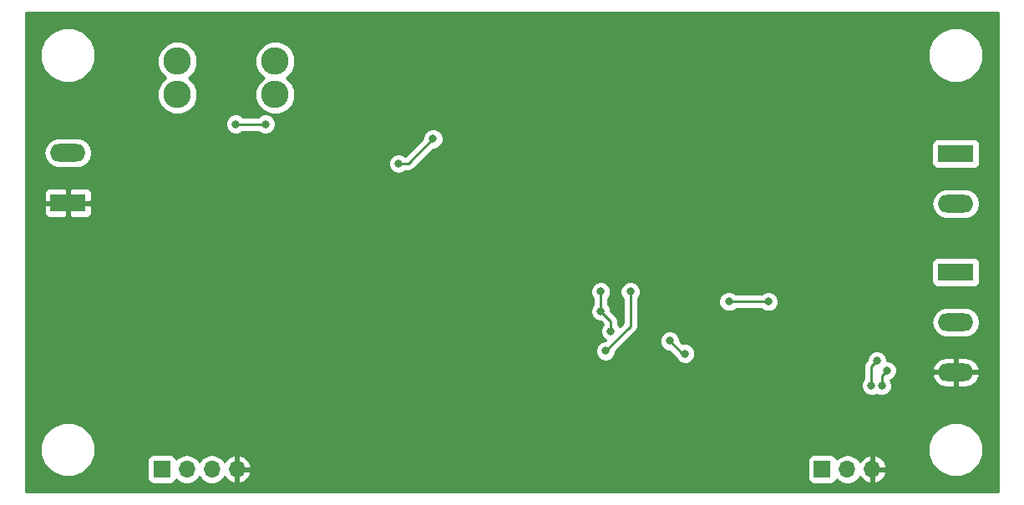
<source format=gbl>
G04 #@! TF.GenerationSoftware,KiCad,Pcbnew,5.0.0-rc2-unknown-2cb65f9~65~ubuntu17.10.1*
G04 #@! TF.CreationDate,2018-06-03T22:05:48-07:00*
G04 #@! TF.ProjectId,charge_controller,6368617267655F636F6E74726F6C6C65,rev?*
G04 #@! TF.SameCoordinates,Original*
G04 #@! TF.FileFunction,Copper,L2,Bot,Signal*
G04 #@! TF.FilePolarity,Positive*
%FSLAX46Y46*%
G04 Gerber Fmt 4.6, Leading zero omitted, Abs format (unit mm)*
G04 Created by KiCad (PCBNEW 5.0.0-rc2-unknown-2cb65f9~65~ubuntu17.10.1) date Sun Jun  3 22:05:48 2018*
%MOMM*%
%LPD*%
G01*
G04 APERTURE LIST*
G04 #@! TA.AperFunction,ComponentPad*
%ADD10R,3.600000X1.800000*%
G04 #@! TD*
G04 #@! TA.AperFunction,ComponentPad*
%ADD11O,3.600000X1.800000*%
G04 #@! TD*
G04 #@! TA.AperFunction,ComponentPad*
%ADD12R,1.700000X1.700000*%
G04 #@! TD*
G04 #@! TA.AperFunction,ComponentPad*
%ADD13O,1.700000X1.700000*%
G04 #@! TD*
G04 #@! TA.AperFunction,ComponentPad*
%ADD14C,2.780000*%
G04 #@! TD*
G04 #@! TA.AperFunction,ViaPad*
%ADD15C,0.800000*%
G04 #@! TD*
G04 #@! TA.AperFunction,Conductor*
%ADD16C,0.250000*%
G04 #@! TD*
G04 #@! TA.AperFunction,Conductor*
%ADD17C,0.254000*%
G04 #@! TD*
G04 APERTURE END LIST*
D10*
G04 #@! TO.P,J5,1*
G04 #@! TO.N,/chrg_in_v*
X195000000Y-127000000D03*
D11*
G04 #@! TO.P,J5,2*
G04 #@! TO.N,/BOOST_FB*
X195000000Y-132080000D03*
G04 #@! TO.P,J5,3*
G04 #@! TO.N,GND*
X195000000Y-137160000D03*
G04 #@! TD*
D12*
G04 #@! TO.P,J7,1*
G04 #@! TO.N,/chrg_v*
X181460000Y-147000000D03*
D13*
G04 #@! TO.P,J7,2*
G04 #@! TO.N,/chrg_i*
X184000000Y-147000000D03*
G04 #@! TO.P,J7,3*
G04 #@! TO.N,GND*
X186540000Y-147000000D03*
G04 #@! TD*
D12*
G04 #@! TO.P,J1,1*
G04 #@! TO.N,/chrg_en*
X114500000Y-147000000D03*
D13*
G04 #@! TO.P,J1,2*
G04 #@! TO.N,/trickle_dis*
X117040000Y-147000000D03*
G04 #@! TO.P,J1,3*
G04 #@! TO.N,/mcu_set*
X119580000Y-147000000D03*
G04 #@! TO.P,J1,4*
G04 #@! TO.N,GND*
X122120000Y-147000000D03*
G04 #@! TD*
D14*
G04 #@! TO.P,F1,1*
G04 #@! TO.N,+VDC*
X126000000Y-109000000D03*
X126000000Y-105600000D03*
G04 #@! TO.P,F1,2*
G04 #@! TO.N,/VIN*
X116080000Y-109000000D03*
X116080000Y-105600000D03*
G04 #@! TD*
D11*
G04 #@! TO.P,J2,2*
G04 #@! TO.N,/VIN*
X105000000Y-114920000D03*
D10*
G04 #@! TO.P,J2,1*
G04 #@! TO.N,GND*
X105000000Y-120000000D03*
G04 #@! TD*
D11*
G04 #@! TO.P,J4,2*
G04 #@! TO.N,/BATT_SENSE*
X195000000Y-120080000D03*
D10*
G04 #@! TO.P,J4,1*
G04 #@! TO.N,+BATT*
X195000000Y-115000000D03*
G04 #@! TD*
D15*
G04 #@! TO.N,/V_ref*
X159000000Y-131000000D03*
X160000000Y-133000000D03*
X159000000Y-129000000D03*
G04 #@! TO.N,GND*
X122500000Y-121500008D03*
X123999992Y-119500000D03*
X129500000Y-119000000D03*
X139000000Y-122000000D03*
X139000000Y-125000000D03*
X139000000Y-128000000D03*
X130000000Y-125500000D03*
X126000000Y-121500000D03*
X126000000Y-129500000D03*
X122000000Y-125500000D03*
X124000000Y-131500000D03*
X122500000Y-133500000D03*
X122500000Y-129500000D03*
X155000000Y-128500000D03*
X122313592Y-117686400D03*
X161000000Y-120500000D03*
X158500000Y-120000000D03*
X154500000Y-119000000D03*
X154000000Y-142500000D03*
X154000000Y-136000000D03*
X154000000Y-133500000D03*
X168000000Y-143500000D03*
X165500000Y-143500000D03*
X173500000Y-139000000D03*
X175500000Y-143500000D03*
X177500000Y-143500000D03*
X180000000Y-143500000D03*
X174000000Y-125000000D03*
X182500000Y-130000000D03*
X179000000Y-124000000D03*
X182000000Y-124000000D03*
X185000000Y-124000000D03*
X188000000Y-124000000D03*
X186500000Y-122500000D03*
X183500000Y-122500000D03*
X180570000Y-122430000D03*
X189500000Y-130500000D03*
X189500000Y-122500000D03*
X177500000Y-122500000D03*
G04 #@! TO.N,Net-(D4-Pad1)*
X125000000Y-112000000D03*
X122000000Y-111999994D03*
G04 #@! TO.N,Net-(D5-Pad2)*
X142000000Y-113500000D03*
X138500000Y-116000000D03*
G04 #@! TO.N,/chrg_v*
X187000000Y-136000000D03*
X186443947Y-138499779D03*
G04 #@! TO.N,Net-(R21-Pad1)*
X172000000Y-130000000D03*
X176000000Y-130000000D03*
G04 #@! TO.N,/chrg_i*
X187493255Y-138538208D03*
X188000000Y-137000000D03*
G04 #@! TO.N,/batt_v*
X162000000Y-129000000D03*
X159500000Y-135000000D03*
G04 #@! TO.N,/BOOST_FB*
X166000018Y-134000000D03*
X167553636Y-135275010D03*
G04 #@! TD*
D16*
G04 #@! TO.N,/V_ref*
X160000000Y-132000000D02*
X159000000Y-131000000D01*
X160000000Y-133000000D02*
X160000000Y-132000000D01*
X159000000Y-131000000D02*
X159000000Y-129000000D01*
G04 #@! TO.N,Net-(D4-Pad1)*
X125000000Y-112000000D02*
X122000006Y-112000000D01*
X122000006Y-112000000D02*
X122000000Y-111999994D01*
G04 #@! TO.N,Net-(D5-Pad2)*
X142000000Y-113500000D02*
X139500000Y-116000000D01*
X139500000Y-116000000D02*
X139065685Y-116000000D01*
X139065685Y-116000000D02*
X138500000Y-116000000D01*
G04 #@! TO.N,/chrg_v*
X186443947Y-137934094D02*
X186443947Y-138499779D01*
X186443947Y-136556053D02*
X186443947Y-137934094D01*
X187000000Y-136000000D02*
X186443947Y-136556053D01*
G04 #@! TO.N,Net-(R21-Pad1)*
X176000000Y-130000000D02*
X172000000Y-130000000D01*
G04 #@! TO.N,/chrg_i*
X187493255Y-137972523D02*
X187493255Y-138538208D01*
X188000000Y-137000000D02*
X187493255Y-137506745D01*
X187493255Y-137506745D02*
X187493255Y-137972523D01*
G04 #@! TO.N,/batt_v*
X162000000Y-132500000D02*
X159500000Y-135000000D01*
X162000000Y-129000000D02*
X162000000Y-132500000D01*
G04 #@! TO.N,/BOOST_FB*
X167275028Y-135275010D02*
X167553636Y-135275010D01*
X166000018Y-134000000D02*
X167275028Y-135275010D01*
G04 #@! TD*
D17*
G04 #@! TO.N,GND*
G36*
X199290000Y-149290000D02*
X100710000Y-149290000D01*
X100710000Y-144446029D01*
X102215000Y-144446029D01*
X102215000Y-145553971D01*
X102638991Y-146577576D01*
X103422424Y-147361009D01*
X104446029Y-147785000D01*
X105553971Y-147785000D01*
X106577576Y-147361009D01*
X107361009Y-146577576D01*
X107538116Y-146150000D01*
X113002560Y-146150000D01*
X113002560Y-147850000D01*
X113051843Y-148097765D01*
X113192191Y-148307809D01*
X113402235Y-148448157D01*
X113650000Y-148497440D01*
X115350000Y-148497440D01*
X115597765Y-148448157D01*
X115807809Y-148307809D01*
X115948157Y-148097765D01*
X115957184Y-148052381D01*
X115969375Y-148070625D01*
X116460582Y-148398839D01*
X116893744Y-148485000D01*
X117186256Y-148485000D01*
X117619418Y-148398839D01*
X118110625Y-148070625D01*
X118310000Y-147772239D01*
X118509375Y-148070625D01*
X119000582Y-148398839D01*
X119433744Y-148485000D01*
X119726256Y-148485000D01*
X120159418Y-148398839D01*
X120650625Y-148070625D01*
X120863843Y-147751522D01*
X120924817Y-147881358D01*
X121353076Y-148271645D01*
X121763110Y-148441476D01*
X121993000Y-148320155D01*
X121993000Y-147127000D01*
X122247000Y-147127000D01*
X122247000Y-148320155D01*
X122476890Y-148441476D01*
X122886924Y-148271645D01*
X123315183Y-147881358D01*
X123561486Y-147356892D01*
X123440819Y-147127000D01*
X122247000Y-147127000D01*
X121993000Y-147127000D01*
X121973000Y-147127000D01*
X121973000Y-146873000D01*
X121993000Y-146873000D01*
X121993000Y-145679845D01*
X122247000Y-145679845D01*
X122247000Y-146873000D01*
X123440819Y-146873000D01*
X123561486Y-146643108D01*
X123329910Y-146150000D01*
X179962560Y-146150000D01*
X179962560Y-147850000D01*
X180011843Y-148097765D01*
X180152191Y-148307809D01*
X180362235Y-148448157D01*
X180610000Y-148497440D01*
X182310000Y-148497440D01*
X182557765Y-148448157D01*
X182767809Y-148307809D01*
X182908157Y-148097765D01*
X182917184Y-148052381D01*
X182929375Y-148070625D01*
X183420582Y-148398839D01*
X183853744Y-148485000D01*
X184146256Y-148485000D01*
X184579418Y-148398839D01*
X185070625Y-148070625D01*
X185283843Y-147751522D01*
X185344817Y-147881358D01*
X185773076Y-148271645D01*
X186183110Y-148441476D01*
X186413000Y-148320155D01*
X186413000Y-147127000D01*
X186667000Y-147127000D01*
X186667000Y-148320155D01*
X186896890Y-148441476D01*
X187306924Y-148271645D01*
X187735183Y-147881358D01*
X187981486Y-147356892D01*
X187860819Y-147127000D01*
X186667000Y-147127000D01*
X186413000Y-147127000D01*
X186393000Y-147127000D01*
X186393000Y-146873000D01*
X186413000Y-146873000D01*
X186413000Y-145679845D01*
X186667000Y-145679845D01*
X186667000Y-146873000D01*
X187860819Y-146873000D01*
X187981486Y-146643108D01*
X187735183Y-146118642D01*
X187306924Y-145728355D01*
X186896890Y-145558524D01*
X186667000Y-145679845D01*
X186413000Y-145679845D01*
X186183110Y-145558524D01*
X185773076Y-145728355D01*
X185344817Y-146118642D01*
X185283843Y-146248478D01*
X185070625Y-145929375D01*
X184579418Y-145601161D01*
X184146256Y-145515000D01*
X183853744Y-145515000D01*
X183420582Y-145601161D01*
X182929375Y-145929375D01*
X182917184Y-145947619D01*
X182908157Y-145902235D01*
X182767809Y-145692191D01*
X182557765Y-145551843D01*
X182310000Y-145502560D01*
X180610000Y-145502560D01*
X180362235Y-145551843D01*
X180152191Y-145692191D01*
X180011843Y-145902235D01*
X179962560Y-146150000D01*
X123329910Y-146150000D01*
X123315183Y-146118642D01*
X122886924Y-145728355D01*
X122476890Y-145558524D01*
X122247000Y-145679845D01*
X121993000Y-145679845D01*
X121763110Y-145558524D01*
X121353076Y-145728355D01*
X120924817Y-146118642D01*
X120863843Y-146248478D01*
X120650625Y-145929375D01*
X120159418Y-145601161D01*
X119726256Y-145515000D01*
X119433744Y-145515000D01*
X119000582Y-145601161D01*
X118509375Y-145929375D01*
X118310000Y-146227761D01*
X118110625Y-145929375D01*
X117619418Y-145601161D01*
X117186256Y-145515000D01*
X116893744Y-145515000D01*
X116460582Y-145601161D01*
X115969375Y-145929375D01*
X115957184Y-145947619D01*
X115948157Y-145902235D01*
X115807809Y-145692191D01*
X115597765Y-145551843D01*
X115350000Y-145502560D01*
X113650000Y-145502560D01*
X113402235Y-145551843D01*
X113192191Y-145692191D01*
X113051843Y-145902235D01*
X113002560Y-146150000D01*
X107538116Y-146150000D01*
X107785000Y-145553971D01*
X107785000Y-144446029D01*
X192215000Y-144446029D01*
X192215000Y-145553971D01*
X192638991Y-146577576D01*
X193422424Y-147361009D01*
X194446029Y-147785000D01*
X195553971Y-147785000D01*
X196577576Y-147361009D01*
X197361009Y-146577576D01*
X197785000Y-145553971D01*
X197785000Y-144446029D01*
X197361009Y-143422424D01*
X196577576Y-142638991D01*
X195553971Y-142215000D01*
X194446029Y-142215000D01*
X193422424Y-142638991D01*
X192638991Y-143422424D01*
X192215000Y-144446029D01*
X107785000Y-144446029D01*
X107361009Y-143422424D01*
X106577576Y-142638991D01*
X105553971Y-142215000D01*
X104446029Y-142215000D01*
X103422424Y-142638991D01*
X102638991Y-143422424D01*
X102215000Y-144446029D01*
X100710000Y-144446029D01*
X100710000Y-138293905D01*
X185408947Y-138293905D01*
X185408947Y-138705653D01*
X185566516Y-139086059D01*
X185857667Y-139377210D01*
X186238073Y-139534779D01*
X186649821Y-139534779D01*
X186922213Y-139421951D01*
X187287381Y-139573208D01*
X187699129Y-139573208D01*
X188079535Y-139415639D01*
X188370686Y-139124488D01*
X188528255Y-138744082D01*
X188528255Y-138332334D01*
X188375920Y-137964565D01*
X188586280Y-137877431D01*
X188877431Y-137586280D01*
X188902921Y-137524740D01*
X192608964Y-137524740D01*
X192633244Y-137630086D01*
X192924788Y-138155606D01*
X193395248Y-138529554D01*
X193973000Y-138695000D01*
X194873000Y-138695000D01*
X194873000Y-137287000D01*
X195127000Y-137287000D01*
X195127000Y-138695000D01*
X196027000Y-138695000D01*
X196604752Y-138529554D01*
X197075212Y-138155606D01*
X197366756Y-137630086D01*
X197391036Y-137524740D01*
X197270378Y-137287000D01*
X195127000Y-137287000D01*
X194873000Y-137287000D01*
X192729622Y-137287000D01*
X192608964Y-137524740D01*
X188902921Y-137524740D01*
X189035000Y-137205874D01*
X189035000Y-136795260D01*
X192608964Y-136795260D01*
X192729622Y-137033000D01*
X194873000Y-137033000D01*
X194873000Y-135625000D01*
X195127000Y-135625000D01*
X195127000Y-137033000D01*
X197270378Y-137033000D01*
X197391036Y-136795260D01*
X197366756Y-136689914D01*
X197075212Y-136164394D01*
X196604752Y-135790446D01*
X196027000Y-135625000D01*
X195127000Y-135625000D01*
X194873000Y-135625000D01*
X193973000Y-135625000D01*
X193395248Y-135790446D01*
X192924788Y-136164394D01*
X192633244Y-136689914D01*
X192608964Y-136795260D01*
X189035000Y-136795260D01*
X189035000Y-136794126D01*
X188877431Y-136413720D01*
X188586280Y-136122569D01*
X188205874Y-135965000D01*
X188035000Y-135965000D01*
X188035000Y-135794126D01*
X187877431Y-135413720D01*
X187586280Y-135122569D01*
X187205874Y-134965000D01*
X186794126Y-134965000D01*
X186413720Y-135122569D01*
X186122569Y-135413720D01*
X185965000Y-135794126D01*
X185965000Y-135960199D01*
X185959477Y-135965722D01*
X185896018Y-136008124D01*
X185728043Y-136259517D01*
X185683947Y-136481202D01*
X185683947Y-136481206D01*
X185669059Y-136556053D01*
X185683947Y-136630900D01*
X185683948Y-137796067D01*
X185566516Y-137913499D01*
X185408947Y-138293905D01*
X100710000Y-138293905D01*
X100710000Y-128794126D01*
X157965000Y-128794126D01*
X157965000Y-129205874D01*
X158122569Y-129586280D01*
X158240001Y-129703712D01*
X158240000Y-130296289D01*
X158122569Y-130413720D01*
X157965000Y-130794126D01*
X157965000Y-131205874D01*
X158122569Y-131586280D01*
X158413720Y-131877431D01*
X158794126Y-132035000D01*
X158960199Y-132035000D01*
X159230744Y-132305545D01*
X159122569Y-132413720D01*
X158965000Y-132794126D01*
X158965000Y-133205874D01*
X159122569Y-133586280D01*
X159413720Y-133877431D01*
X159508506Y-133916693D01*
X159460199Y-133965000D01*
X159294126Y-133965000D01*
X158913720Y-134122569D01*
X158622569Y-134413720D01*
X158465000Y-134794126D01*
X158465000Y-135205874D01*
X158622569Y-135586280D01*
X158913720Y-135877431D01*
X159294126Y-136035000D01*
X159705874Y-136035000D01*
X160086280Y-135877431D01*
X160377431Y-135586280D01*
X160535000Y-135205874D01*
X160535000Y-135039801D01*
X161780675Y-133794126D01*
X164965018Y-133794126D01*
X164965018Y-134205874D01*
X165122587Y-134586280D01*
X165413738Y-134877431D01*
X165794144Y-135035000D01*
X165960216Y-135035000D01*
X166598211Y-135672996D01*
X166676205Y-135861290D01*
X166967356Y-136152441D01*
X167347762Y-136310010D01*
X167759510Y-136310010D01*
X168139916Y-136152441D01*
X168431067Y-135861290D01*
X168588636Y-135480884D01*
X168588636Y-135069136D01*
X168431067Y-134688730D01*
X168139916Y-134397579D01*
X167759510Y-134240010D01*
X167347762Y-134240010D01*
X167324476Y-134249655D01*
X167035018Y-133960198D01*
X167035018Y-133794126D01*
X166877449Y-133413720D01*
X166586298Y-133122569D01*
X166205892Y-132965000D01*
X165794144Y-132965000D01*
X165413738Y-133122569D01*
X165122587Y-133413720D01*
X164965018Y-133794126D01*
X161780675Y-133794126D01*
X162484473Y-133090329D01*
X162547929Y-133047929D01*
X162715904Y-132796537D01*
X162760000Y-132574852D01*
X162760000Y-132574847D01*
X162774888Y-132500000D01*
X162760000Y-132425153D01*
X162760000Y-132080000D01*
X192534928Y-132080000D01*
X192654062Y-132678927D01*
X192993327Y-133186673D01*
X193501073Y-133525938D01*
X193948818Y-133615000D01*
X196051182Y-133615000D01*
X196498927Y-133525938D01*
X197006673Y-133186673D01*
X197345938Y-132678927D01*
X197465072Y-132080000D01*
X197345938Y-131481073D01*
X197006673Y-130973327D01*
X196498927Y-130634062D01*
X196051182Y-130545000D01*
X193948818Y-130545000D01*
X193501073Y-130634062D01*
X192993327Y-130973327D01*
X192654062Y-131481073D01*
X192534928Y-132080000D01*
X162760000Y-132080000D01*
X162760000Y-129794126D01*
X170965000Y-129794126D01*
X170965000Y-130205874D01*
X171122569Y-130586280D01*
X171413720Y-130877431D01*
X171794126Y-131035000D01*
X172205874Y-131035000D01*
X172586280Y-130877431D01*
X172703711Y-130760000D01*
X175296289Y-130760000D01*
X175413720Y-130877431D01*
X175794126Y-131035000D01*
X176205874Y-131035000D01*
X176586280Y-130877431D01*
X176877431Y-130586280D01*
X177035000Y-130205874D01*
X177035000Y-129794126D01*
X176877431Y-129413720D01*
X176586280Y-129122569D01*
X176205874Y-128965000D01*
X175794126Y-128965000D01*
X175413720Y-129122569D01*
X175296289Y-129240000D01*
X172703711Y-129240000D01*
X172586280Y-129122569D01*
X172205874Y-128965000D01*
X171794126Y-128965000D01*
X171413720Y-129122569D01*
X171122569Y-129413720D01*
X170965000Y-129794126D01*
X162760000Y-129794126D01*
X162760000Y-129703711D01*
X162877431Y-129586280D01*
X163035000Y-129205874D01*
X163035000Y-128794126D01*
X162877431Y-128413720D01*
X162586280Y-128122569D01*
X162205874Y-127965000D01*
X161794126Y-127965000D01*
X161413720Y-128122569D01*
X161122569Y-128413720D01*
X160965000Y-128794126D01*
X160965000Y-129205874D01*
X161122569Y-129586280D01*
X161240000Y-129703711D01*
X161240001Y-132185197D01*
X160916692Y-132508506D01*
X160877431Y-132413720D01*
X160760000Y-132296289D01*
X160760000Y-132074848D01*
X160774888Y-132000000D01*
X160760000Y-131925152D01*
X160760000Y-131925148D01*
X160715904Y-131703463D01*
X160547929Y-131452071D01*
X160484473Y-131409671D01*
X160035000Y-130960199D01*
X160035000Y-130794126D01*
X159877431Y-130413720D01*
X159760000Y-130296289D01*
X159760000Y-129703711D01*
X159877431Y-129586280D01*
X160035000Y-129205874D01*
X160035000Y-128794126D01*
X159877431Y-128413720D01*
X159586280Y-128122569D01*
X159205874Y-127965000D01*
X158794126Y-127965000D01*
X158413720Y-128122569D01*
X158122569Y-128413720D01*
X157965000Y-128794126D01*
X100710000Y-128794126D01*
X100710000Y-126100000D01*
X192552560Y-126100000D01*
X192552560Y-127900000D01*
X192601843Y-128147765D01*
X192742191Y-128357809D01*
X192952235Y-128498157D01*
X193200000Y-128547440D01*
X196800000Y-128547440D01*
X197047765Y-128498157D01*
X197257809Y-128357809D01*
X197398157Y-128147765D01*
X197447440Y-127900000D01*
X197447440Y-126100000D01*
X197398157Y-125852235D01*
X197257809Y-125642191D01*
X197047765Y-125501843D01*
X196800000Y-125452560D01*
X193200000Y-125452560D01*
X192952235Y-125501843D01*
X192742191Y-125642191D01*
X192601843Y-125852235D01*
X192552560Y-126100000D01*
X100710000Y-126100000D01*
X100710000Y-120285750D01*
X102565000Y-120285750D01*
X102565000Y-121026309D01*
X102661673Y-121259698D01*
X102840301Y-121438327D01*
X103073690Y-121535000D01*
X104714250Y-121535000D01*
X104873000Y-121376250D01*
X104873000Y-120127000D01*
X105127000Y-120127000D01*
X105127000Y-121376250D01*
X105285750Y-121535000D01*
X106926310Y-121535000D01*
X107159699Y-121438327D01*
X107338327Y-121259698D01*
X107435000Y-121026309D01*
X107435000Y-120285750D01*
X107276250Y-120127000D01*
X105127000Y-120127000D01*
X104873000Y-120127000D01*
X102723750Y-120127000D01*
X102565000Y-120285750D01*
X100710000Y-120285750D01*
X100710000Y-120080000D01*
X192534928Y-120080000D01*
X192654062Y-120678927D01*
X192993327Y-121186673D01*
X193501073Y-121525938D01*
X193948818Y-121615000D01*
X196051182Y-121615000D01*
X196498927Y-121525938D01*
X197006673Y-121186673D01*
X197345938Y-120678927D01*
X197465072Y-120080000D01*
X197345938Y-119481073D01*
X197006673Y-118973327D01*
X196498927Y-118634062D01*
X196051182Y-118545000D01*
X193948818Y-118545000D01*
X193501073Y-118634062D01*
X192993327Y-118973327D01*
X192654062Y-119481073D01*
X192534928Y-120080000D01*
X100710000Y-120080000D01*
X100710000Y-118973691D01*
X102565000Y-118973691D01*
X102565000Y-119714250D01*
X102723750Y-119873000D01*
X104873000Y-119873000D01*
X104873000Y-118623750D01*
X105127000Y-118623750D01*
X105127000Y-119873000D01*
X107276250Y-119873000D01*
X107435000Y-119714250D01*
X107435000Y-118973691D01*
X107338327Y-118740302D01*
X107159699Y-118561673D01*
X106926310Y-118465000D01*
X105285750Y-118465000D01*
X105127000Y-118623750D01*
X104873000Y-118623750D01*
X104714250Y-118465000D01*
X103073690Y-118465000D01*
X102840301Y-118561673D01*
X102661673Y-118740302D01*
X102565000Y-118973691D01*
X100710000Y-118973691D01*
X100710000Y-114920000D01*
X102534928Y-114920000D01*
X102654062Y-115518927D01*
X102993327Y-116026673D01*
X103501073Y-116365938D01*
X103948818Y-116455000D01*
X106051182Y-116455000D01*
X106498927Y-116365938D01*
X107006673Y-116026673D01*
X107162055Y-115794126D01*
X137465000Y-115794126D01*
X137465000Y-116205874D01*
X137622569Y-116586280D01*
X137913720Y-116877431D01*
X138294126Y-117035000D01*
X138705874Y-117035000D01*
X139086280Y-116877431D01*
X139203711Y-116760000D01*
X139425153Y-116760000D01*
X139500000Y-116774888D01*
X139574847Y-116760000D01*
X139574852Y-116760000D01*
X139796537Y-116715904D01*
X140047929Y-116547929D01*
X140090331Y-116484470D01*
X142039802Y-114535000D01*
X142205874Y-114535000D01*
X142586280Y-114377431D01*
X142863711Y-114100000D01*
X192552560Y-114100000D01*
X192552560Y-115900000D01*
X192601843Y-116147765D01*
X192742191Y-116357809D01*
X192952235Y-116498157D01*
X193200000Y-116547440D01*
X196800000Y-116547440D01*
X197047765Y-116498157D01*
X197257809Y-116357809D01*
X197398157Y-116147765D01*
X197447440Y-115900000D01*
X197447440Y-114100000D01*
X197398157Y-113852235D01*
X197257809Y-113642191D01*
X197047765Y-113501843D01*
X196800000Y-113452560D01*
X193200000Y-113452560D01*
X192952235Y-113501843D01*
X192742191Y-113642191D01*
X192601843Y-113852235D01*
X192552560Y-114100000D01*
X142863711Y-114100000D01*
X142877431Y-114086280D01*
X143035000Y-113705874D01*
X143035000Y-113294126D01*
X142877431Y-112913720D01*
X142586280Y-112622569D01*
X142205874Y-112465000D01*
X141794126Y-112465000D01*
X141413720Y-112622569D01*
X141122569Y-112913720D01*
X140965000Y-113294126D01*
X140965000Y-113460198D01*
X139194455Y-115230744D01*
X139086280Y-115122569D01*
X138705874Y-114965000D01*
X138294126Y-114965000D01*
X137913720Y-115122569D01*
X137622569Y-115413720D01*
X137465000Y-115794126D01*
X107162055Y-115794126D01*
X107345938Y-115518927D01*
X107465072Y-114920000D01*
X107345938Y-114321073D01*
X107006673Y-113813327D01*
X106498927Y-113474062D01*
X106051182Y-113385000D01*
X103948818Y-113385000D01*
X103501073Y-113474062D01*
X102993327Y-113813327D01*
X102654062Y-114321073D01*
X102534928Y-114920000D01*
X100710000Y-114920000D01*
X100710000Y-111794120D01*
X120965000Y-111794120D01*
X120965000Y-112205868D01*
X121122569Y-112586274D01*
X121413720Y-112877425D01*
X121794126Y-113034994D01*
X122205874Y-113034994D01*
X122586280Y-112877425D01*
X122703705Y-112760000D01*
X124296289Y-112760000D01*
X124413720Y-112877431D01*
X124794126Y-113035000D01*
X125205874Y-113035000D01*
X125586280Y-112877431D01*
X125877431Y-112586280D01*
X126035000Y-112205874D01*
X126035000Y-111794126D01*
X125877431Y-111413720D01*
X125586280Y-111122569D01*
X125205874Y-110965000D01*
X124794126Y-110965000D01*
X124413720Y-111122569D01*
X124296289Y-111240000D01*
X122703717Y-111240000D01*
X122586280Y-111122563D01*
X122205874Y-110964994D01*
X121794126Y-110964994D01*
X121413720Y-111122563D01*
X121122569Y-111413714D01*
X120965000Y-111794120D01*
X100710000Y-111794120D01*
X100710000Y-104446029D01*
X102215000Y-104446029D01*
X102215000Y-105553971D01*
X102638991Y-106577576D01*
X103422424Y-107361009D01*
X104446029Y-107785000D01*
X105553971Y-107785000D01*
X106577576Y-107361009D01*
X107361009Y-106577576D01*
X107785000Y-105553971D01*
X107785000Y-105197202D01*
X114055000Y-105197202D01*
X114055000Y-106002798D01*
X114363288Y-106747070D01*
X114916218Y-107300000D01*
X114363288Y-107852930D01*
X114055000Y-108597202D01*
X114055000Y-109402798D01*
X114363288Y-110147070D01*
X114932930Y-110716712D01*
X115677202Y-111025000D01*
X116482798Y-111025000D01*
X117227070Y-110716712D01*
X117796712Y-110147070D01*
X118105000Y-109402798D01*
X118105000Y-108597202D01*
X117796712Y-107852930D01*
X117243782Y-107300000D01*
X117796712Y-106747070D01*
X118105000Y-106002798D01*
X118105000Y-105197202D01*
X123975000Y-105197202D01*
X123975000Y-106002798D01*
X124283288Y-106747070D01*
X124836218Y-107300000D01*
X124283288Y-107852930D01*
X123975000Y-108597202D01*
X123975000Y-109402798D01*
X124283288Y-110147070D01*
X124852930Y-110716712D01*
X125597202Y-111025000D01*
X126402798Y-111025000D01*
X127147070Y-110716712D01*
X127716712Y-110147070D01*
X128025000Y-109402798D01*
X128025000Y-108597202D01*
X127716712Y-107852930D01*
X127163782Y-107300000D01*
X127716712Y-106747070D01*
X128025000Y-106002798D01*
X128025000Y-105197202D01*
X127716712Y-104452930D01*
X127709811Y-104446029D01*
X192215000Y-104446029D01*
X192215000Y-105553971D01*
X192638991Y-106577576D01*
X193422424Y-107361009D01*
X194446029Y-107785000D01*
X195553971Y-107785000D01*
X196577576Y-107361009D01*
X197361009Y-106577576D01*
X197785000Y-105553971D01*
X197785000Y-104446029D01*
X197361009Y-103422424D01*
X196577576Y-102638991D01*
X195553971Y-102215000D01*
X194446029Y-102215000D01*
X193422424Y-102638991D01*
X192638991Y-103422424D01*
X192215000Y-104446029D01*
X127709811Y-104446029D01*
X127147070Y-103883288D01*
X126402798Y-103575000D01*
X125597202Y-103575000D01*
X124852930Y-103883288D01*
X124283288Y-104452930D01*
X123975000Y-105197202D01*
X118105000Y-105197202D01*
X117796712Y-104452930D01*
X117227070Y-103883288D01*
X116482798Y-103575000D01*
X115677202Y-103575000D01*
X114932930Y-103883288D01*
X114363288Y-104452930D01*
X114055000Y-105197202D01*
X107785000Y-105197202D01*
X107785000Y-104446029D01*
X107361009Y-103422424D01*
X106577576Y-102638991D01*
X105553971Y-102215000D01*
X104446029Y-102215000D01*
X103422424Y-102638991D01*
X102638991Y-103422424D01*
X102215000Y-104446029D01*
X100710000Y-104446029D01*
X100710000Y-100710000D01*
X199290001Y-100710000D01*
X199290000Y-149290000D01*
X199290000Y-149290000D01*
G37*
X199290000Y-149290000D02*
X100710000Y-149290000D01*
X100710000Y-144446029D01*
X102215000Y-144446029D01*
X102215000Y-145553971D01*
X102638991Y-146577576D01*
X103422424Y-147361009D01*
X104446029Y-147785000D01*
X105553971Y-147785000D01*
X106577576Y-147361009D01*
X107361009Y-146577576D01*
X107538116Y-146150000D01*
X113002560Y-146150000D01*
X113002560Y-147850000D01*
X113051843Y-148097765D01*
X113192191Y-148307809D01*
X113402235Y-148448157D01*
X113650000Y-148497440D01*
X115350000Y-148497440D01*
X115597765Y-148448157D01*
X115807809Y-148307809D01*
X115948157Y-148097765D01*
X115957184Y-148052381D01*
X115969375Y-148070625D01*
X116460582Y-148398839D01*
X116893744Y-148485000D01*
X117186256Y-148485000D01*
X117619418Y-148398839D01*
X118110625Y-148070625D01*
X118310000Y-147772239D01*
X118509375Y-148070625D01*
X119000582Y-148398839D01*
X119433744Y-148485000D01*
X119726256Y-148485000D01*
X120159418Y-148398839D01*
X120650625Y-148070625D01*
X120863843Y-147751522D01*
X120924817Y-147881358D01*
X121353076Y-148271645D01*
X121763110Y-148441476D01*
X121993000Y-148320155D01*
X121993000Y-147127000D01*
X122247000Y-147127000D01*
X122247000Y-148320155D01*
X122476890Y-148441476D01*
X122886924Y-148271645D01*
X123315183Y-147881358D01*
X123561486Y-147356892D01*
X123440819Y-147127000D01*
X122247000Y-147127000D01*
X121993000Y-147127000D01*
X121973000Y-147127000D01*
X121973000Y-146873000D01*
X121993000Y-146873000D01*
X121993000Y-145679845D01*
X122247000Y-145679845D01*
X122247000Y-146873000D01*
X123440819Y-146873000D01*
X123561486Y-146643108D01*
X123329910Y-146150000D01*
X179962560Y-146150000D01*
X179962560Y-147850000D01*
X180011843Y-148097765D01*
X180152191Y-148307809D01*
X180362235Y-148448157D01*
X180610000Y-148497440D01*
X182310000Y-148497440D01*
X182557765Y-148448157D01*
X182767809Y-148307809D01*
X182908157Y-148097765D01*
X182917184Y-148052381D01*
X182929375Y-148070625D01*
X183420582Y-148398839D01*
X183853744Y-148485000D01*
X184146256Y-148485000D01*
X184579418Y-148398839D01*
X185070625Y-148070625D01*
X185283843Y-147751522D01*
X185344817Y-147881358D01*
X185773076Y-148271645D01*
X186183110Y-148441476D01*
X186413000Y-148320155D01*
X186413000Y-147127000D01*
X186667000Y-147127000D01*
X186667000Y-148320155D01*
X186896890Y-148441476D01*
X187306924Y-148271645D01*
X187735183Y-147881358D01*
X187981486Y-147356892D01*
X187860819Y-147127000D01*
X186667000Y-147127000D01*
X186413000Y-147127000D01*
X186393000Y-147127000D01*
X186393000Y-146873000D01*
X186413000Y-146873000D01*
X186413000Y-145679845D01*
X186667000Y-145679845D01*
X186667000Y-146873000D01*
X187860819Y-146873000D01*
X187981486Y-146643108D01*
X187735183Y-146118642D01*
X187306924Y-145728355D01*
X186896890Y-145558524D01*
X186667000Y-145679845D01*
X186413000Y-145679845D01*
X186183110Y-145558524D01*
X185773076Y-145728355D01*
X185344817Y-146118642D01*
X185283843Y-146248478D01*
X185070625Y-145929375D01*
X184579418Y-145601161D01*
X184146256Y-145515000D01*
X183853744Y-145515000D01*
X183420582Y-145601161D01*
X182929375Y-145929375D01*
X182917184Y-145947619D01*
X182908157Y-145902235D01*
X182767809Y-145692191D01*
X182557765Y-145551843D01*
X182310000Y-145502560D01*
X180610000Y-145502560D01*
X180362235Y-145551843D01*
X180152191Y-145692191D01*
X180011843Y-145902235D01*
X179962560Y-146150000D01*
X123329910Y-146150000D01*
X123315183Y-146118642D01*
X122886924Y-145728355D01*
X122476890Y-145558524D01*
X122247000Y-145679845D01*
X121993000Y-145679845D01*
X121763110Y-145558524D01*
X121353076Y-145728355D01*
X120924817Y-146118642D01*
X120863843Y-146248478D01*
X120650625Y-145929375D01*
X120159418Y-145601161D01*
X119726256Y-145515000D01*
X119433744Y-145515000D01*
X119000582Y-145601161D01*
X118509375Y-145929375D01*
X118310000Y-146227761D01*
X118110625Y-145929375D01*
X117619418Y-145601161D01*
X117186256Y-145515000D01*
X116893744Y-145515000D01*
X116460582Y-145601161D01*
X115969375Y-145929375D01*
X115957184Y-145947619D01*
X115948157Y-145902235D01*
X115807809Y-145692191D01*
X115597765Y-145551843D01*
X115350000Y-145502560D01*
X113650000Y-145502560D01*
X113402235Y-145551843D01*
X113192191Y-145692191D01*
X113051843Y-145902235D01*
X113002560Y-146150000D01*
X107538116Y-146150000D01*
X107785000Y-145553971D01*
X107785000Y-144446029D01*
X192215000Y-144446029D01*
X192215000Y-145553971D01*
X192638991Y-146577576D01*
X193422424Y-147361009D01*
X194446029Y-147785000D01*
X195553971Y-147785000D01*
X196577576Y-147361009D01*
X197361009Y-146577576D01*
X197785000Y-145553971D01*
X197785000Y-144446029D01*
X197361009Y-143422424D01*
X196577576Y-142638991D01*
X195553971Y-142215000D01*
X194446029Y-142215000D01*
X193422424Y-142638991D01*
X192638991Y-143422424D01*
X192215000Y-144446029D01*
X107785000Y-144446029D01*
X107361009Y-143422424D01*
X106577576Y-142638991D01*
X105553971Y-142215000D01*
X104446029Y-142215000D01*
X103422424Y-142638991D01*
X102638991Y-143422424D01*
X102215000Y-144446029D01*
X100710000Y-144446029D01*
X100710000Y-138293905D01*
X185408947Y-138293905D01*
X185408947Y-138705653D01*
X185566516Y-139086059D01*
X185857667Y-139377210D01*
X186238073Y-139534779D01*
X186649821Y-139534779D01*
X186922213Y-139421951D01*
X187287381Y-139573208D01*
X187699129Y-139573208D01*
X188079535Y-139415639D01*
X188370686Y-139124488D01*
X188528255Y-138744082D01*
X188528255Y-138332334D01*
X188375920Y-137964565D01*
X188586280Y-137877431D01*
X188877431Y-137586280D01*
X188902921Y-137524740D01*
X192608964Y-137524740D01*
X192633244Y-137630086D01*
X192924788Y-138155606D01*
X193395248Y-138529554D01*
X193973000Y-138695000D01*
X194873000Y-138695000D01*
X194873000Y-137287000D01*
X195127000Y-137287000D01*
X195127000Y-138695000D01*
X196027000Y-138695000D01*
X196604752Y-138529554D01*
X197075212Y-138155606D01*
X197366756Y-137630086D01*
X197391036Y-137524740D01*
X197270378Y-137287000D01*
X195127000Y-137287000D01*
X194873000Y-137287000D01*
X192729622Y-137287000D01*
X192608964Y-137524740D01*
X188902921Y-137524740D01*
X189035000Y-137205874D01*
X189035000Y-136795260D01*
X192608964Y-136795260D01*
X192729622Y-137033000D01*
X194873000Y-137033000D01*
X194873000Y-135625000D01*
X195127000Y-135625000D01*
X195127000Y-137033000D01*
X197270378Y-137033000D01*
X197391036Y-136795260D01*
X197366756Y-136689914D01*
X197075212Y-136164394D01*
X196604752Y-135790446D01*
X196027000Y-135625000D01*
X195127000Y-135625000D01*
X194873000Y-135625000D01*
X193973000Y-135625000D01*
X193395248Y-135790446D01*
X192924788Y-136164394D01*
X192633244Y-136689914D01*
X192608964Y-136795260D01*
X189035000Y-136795260D01*
X189035000Y-136794126D01*
X188877431Y-136413720D01*
X188586280Y-136122569D01*
X188205874Y-135965000D01*
X188035000Y-135965000D01*
X188035000Y-135794126D01*
X187877431Y-135413720D01*
X187586280Y-135122569D01*
X187205874Y-134965000D01*
X186794126Y-134965000D01*
X186413720Y-135122569D01*
X186122569Y-135413720D01*
X185965000Y-135794126D01*
X185965000Y-135960199D01*
X185959477Y-135965722D01*
X185896018Y-136008124D01*
X185728043Y-136259517D01*
X185683947Y-136481202D01*
X185683947Y-136481206D01*
X185669059Y-136556053D01*
X185683947Y-136630900D01*
X185683948Y-137796067D01*
X185566516Y-137913499D01*
X185408947Y-138293905D01*
X100710000Y-138293905D01*
X100710000Y-128794126D01*
X157965000Y-128794126D01*
X157965000Y-129205874D01*
X158122569Y-129586280D01*
X158240001Y-129703712D01*
X158240000Y-130296289D01*
X158122569Y-130413720D01*
X157965000Y-130794126D01*
X157965000Y-131205874D01*
X158122569Y-131586280D01*
X158413720Y-131877431D01*
X158794126Y-132035000D01*
X158960199Y-132035000D01*
X159230744Y-132305545D01*
X159122569Y-132413720D01*
X158965000Y-132794126D01*
X158965000Y-133205874D01*
X159122569Y-133586280D01*
X159413720Y-133877431D01*
X159508506Y-133916693D01*
X159460199Y-133965000D01*
X159294126Y-133965000D01*
X158913720Y-134122569D01*
X158622569Y-134413720D01*
X158465000Y-134794126D01*
X158465000Y-135205874D01*
X158622569Y-135586280D01*
X158913720Y-135877431D01*
X159294126Y-136035000D01*
X159705874Y-136035000D01*
X160086280Y-135877431D01*
X160377431Y-135586280D01*
X160535000Y-135205874D01*
X160535000Y-135039801D01*
X161780675Y-133794126D01*
X164965018Y-133794126D01*
X164965018Y-134205874D01*
X165122587Y-134586280D01*
X165413738Y-134877431D01*
X165794144Y-135035000D01*
X165960216Y-135035000D01*
X166598211Y-135672996D01*
X166676205Y-135861290D01*
X166967356Y-136152441D01*
X167347762Y-136310010D01*
X167759510Y-136310010D01*
X168139916Y-136152441D01*
X168431067Y-135861290D01*
X168588636Y-135480884D01*
X168588636Y-135069136D01*
X168431067Y-134688730D01*
X168139916Y-134397579D01*
X167759510Y-134240010D01*
X167347762Y-134240010D01*
X167324476Y-134249655D01*
X167035018Y-133960198D01*
X167035018Y-133794126D01*
X166877449Y-133413720D01*
X166586298Y-133122569D01*
X166205892Y-132965000D01*
X165794144Y-132965000D01*
X165413738Y-133122569D01*
X165122587Y-133413720D01*
X164965018Y-133794126D01*
X161780675Y-133794126D01*
X162484473Y-133090329D01*
X162547929Y-133047929D01*
X162715904Y-132796537D01*
X162760000Y-132574852D01*
X162760000Y-132574847D01*
X162774888Y-132500000D01*
X162760000Y-132425153D01*
X162760000Y-132080000D01*
X192534928Y-132080000D01*
X192654062Y-132678927D01*
X192993327Y-133186673D01*
X193501073Y-133525938D01*
X193948818Y-133615000D01*
X196051182Y-133615000D01*
X196498927Y-133525938D01*
X197006673Y-133186673D01*
X197345938Y-132678927D01*
X197465072Y-132080000D01*
X197345938Y-131481073D01*
X197006673Y-130973327D01*
X196498927Y-130634062D01*
X196051182Y-130545000D01*
X193948818Y-130545000D01*
X193501073Y-130634062D01*
X192993327Y-130973327D01*
X192654062Y-131481073D01*
X192534928Y-132080000D01*
X162760000Y-132080000D01*
X162760000Y-129794126D01*
X170965000Y-129794126D01*
X170965000Y-130205874D01*
X171122569Y-130586280D01*
X171413720Y-130877431D01*
X171794126Y-131035000D01*
X172205874Y-131035000D01*
X172586280Y-130877431D01*
X172703711Y-130760000D01*
X175296289Y-130760000D01*
X175413720Y-130877431D01*
X175794126Y-131035000D01*
X176205874Y-131035000D01*
X176586280Y-130877431D01*
X176877431Y-130586280D01*
X177035000Y-130205874D01*
X177035000Y-129794126D01*
X176877431Y-129413720D01*
X176586280Y-129122569D01*
X176205874Y-128965000D01*
X175794126Y-128965000D01*
X175413720Y-129122569D01*
X175296289Y-129240000D01*
X172703711Y-129240000D01*
X172586280Y-129122569D01*
X172205874Y-128965000D01*
X171794126Y-128965000D01*
X171413720Y-129122569D01*
X171122569Y-129413720D01*
X170965000Y-129794126D01*
X162760000Y-129794126D01*
X162760000Y-129703711D01*
X162877431Y-129586280D01*
X163035000Y-129205874D01*
X163035000Y-128794126D01*
X162877431Y-128413720D01*
X162586280Y-128122569D01*
X162205874Y-127965000D01*
X161794126Y-127965000D01*
X161413720Y-128122569D01*
X161122569Y-128413720D01*
X160965000Y-128794126D01*
X160965000Y-129205874D01*
X161122569Y-129586280D01*
X161240000Y-129703711D01*
X161240001Y-132185197D01*
X160916692Y-132508506D01*
X160877431Y-132413720D01*
X160760000Y-132296289D01*
X160760000Y-132074848D01*
X160774888Y-132000000D01*
X160760000Y-131925152D01*
X160760000Y-131925148D01*
X160715904Y-131703463D01*
X160547929Y-131452071D01*
X160484473Y-131409671D01*
X160035000Y-130960199D01*
X160035000Y-130794126D01*
X159877431Y-130413720D01*
X159760000Y-130296289D01*
X159760000Y-129703711D01*
X159877431Y-129586280D01*
X160035000Y-129205874D01*
X160035000Y-128794126D01*
X159877431Y-128413720D01*
X159586280Y-128122569D01*
X159205874Y-127965000D01*
X158794126Y-127965000D01*
X158413720Y-128122569D01*
X158122569Y-128413720D01*
X157965000Y-128794126D01*
X100710000Y-128794126D01*
X100710000Y-126100000D01*
X192552560Y-126100000D01*
X192552560Y-127900000D01*
X192601843Y-128147765D01*
X192742191Y-128357809D01*
X192952235Y-128498157D01*
X193200000Y-128547440D01*
X196800000Y-128547440D01*
X197047765Y-128498157D01*
X197257809Y-128357809D01*
X197398157Y-128147765D01*
X197447440Y-127900000D01*
X197447440Y-126100000D01*
X197398157Y-125852235D01*
X197257809Y-125642191D01*
X197047765Y-125501843D01*
X196800000Y-125452560D01*
X193200000Y-125452560D01*
X192952235Y-125501843D01*
X192742191Y-125642191D01*
X192601843Y-125852235D01*
X192552560Y-126100000D01*
X100710000Y-126100000D01*
X100710000Y-120285750D01*
X102565000Y-120285750D01*
X102565000Y-121026309D01*
X102661673Y-121259698D01*
X102840301Y-121438327D01*
X103073690Y-121535000D01*
X104714250Y-121535000D01*
X104873000Y-121376250D01*
X104873000Y-120127000D01*
X105127000Y-120127000D01*
X105127000Y-121376250D01*
X105285750Y-121535000D01*
X106926310Y-121535000D01*
X107159699Y-121438327D01*
X107338327Y-121259698D01*
X107435000Y-121026309D01*
X107435000Y-120285750D01*
X107276250Y-120127000D01*
X105127000Y-120127000D01*
X104873000Y-120127000D01*
X102723750Y-120127000D01*
X102565000Y-120285750D01*
X100710000Y-120285750D01*
X100710000Y-120080000D01*
X192534928Y-120080000D01*
X192654062Y-120678927D01*
X192993327Y-121186673D01*
X193501073Y-121525938D01*
X193948818Y-121615000D01*
X196051182Y-121615000D01*
X196498927Y-121525938D01*
X197006673Y-121186673D01*
X197345938Y-120678927D01*
X197465072Y-120080000D01*
X197345938Y-119481073D01*
X197006673Y-118973327D01*
X196498927Y-118634062D01*
X196051182Y-118545000D01*
X193948818Y-118545000D01*
X193501073Y-118634062D01*
X192993327Y-118973327D01*
X192654062Y-119481073D01*
X192534928Y-120080000D01*
X100710000Y-120080000D01*
X100710000Y-118973691D01*
X102565000Y-118973691D01*
X102565000Y-119714250D01*
X102723750Y-119873000D01*
X104873000Y-119873000D01*
X104873000Y-118623750D01*
X105127000Y-118623750D01*
X105127000Y-119873000D01*
X107276250Y-119873000D01*
X107435000Y-119714250D01*
X107435000Y-118973691D01*
X107338327Y-118740302D01*
X107159699Y-118561673D01*
X106926310Y-118465000D01*
X105285750Y-118465000D01*
X105127000Y-118623750D01*
X104873000Y-118623750D01*
X104714250Y-118465000D01*
X103073690Y-118465000D01*
X102840301Y-118561673D01*
X102661673Y-118740302D01*
X102565000Y-118973691D01*
X100710000Y-118973691D01*
X100710000Y-114920000D01*
X102534928Y-114920000D01*
X102654062Y-115518927D01*
X102993327Y-116026673D01*
X103501073Y-116365938D01*
X103948818Y-116455000D01*
X106051182Y-116455000D01*
X106498927Y-116365938D01*
X107006673Y-116026673D01*
X107162055Y-115794126D01*
X137465000Y-115794126D01*
X137465000Y-116205874D01*
X137622569Y-116586280D01*
X137913720Y-116877431D01*
X138294126Y-117035000D01*
X138705874Y-117035000D01*
X139086280Y-116877431D01*
X139203711Y-116760000D01*
X139425153Y-116760000D01*
X139500000Y-116774888D01*
X139574847Y-116760000D01*
X139574852Y-116760000D01*
X139796537Y-116715904D01*
X140047929Y-116547929D01*
X140090331Y-116484470D01*
X142039802Y-114535000D01*
X142205874Y-114535000D01*
X142586280Y-114377431D01*
X142863711Y-114100000D01*
X192552560Y-114100000D01*
X192552560Y-115900000D01*
X192601843Y-116147765D01*
X192742191Y-116357809D01*
X192952235Y-116498157D01*
X193200000Y-116547440D01*
X196800000Y-116547440D01*
X197047765Y-116498157D01*
X197257809Y-116357809D01*
X197398157Y-116147765D01*
X197447440Y-115900000D01*
X197447440Y-114100000D01*
X197398157Y-113852235D01*
X197257809Y-113642191D01*
X197047765Y-113501843D01*
X196800000Y-113452560D01*
X193200000Y-113452560D01*
X192952235Y-113501843D01*
X192742191Y-113642191D01*
X192601843Y-113852235D01*
X192552560Y-114100000D01*
X142863711Y-114100000D01*
X142877431Y-114086280D01*
X143035000Y-113705874D01*
X143035000Y-113294126D01*
X142877431Y-112913720D01*
X142586280Y-112622569D01*
X142205874Y-112465000D01*
X141794126Y-112465000D01*
X141413720Y-112622569D01*
X141122569Y-112913720D01*
X140965000Y-113294126D01*
X140965000Y-113460198D01*
X139194455Y-115230744D01*
X139086280Y-115122569D01*
X138705874Y-114965000D01*
X138294126Y-114965000D01*
X137913720Y-115122569D01*
X137622569Y-115413720D01*
X137465000Y-115794126D01*
X107162055Y-115794126D01*
X107345938Y-115518927D01*
X107465072Y-114920000D01*
X107345938Y-114321073D01*
X107006673Y-113813327D01*
X106498927Y-113474062D01*
X106051182Y-113385000D01*
X103948818Y-113385000D01*
X103501073Y-113474062D01*
X102993327Y-113813327D01*
X102654062Y-114321073D01*
X102534928Y-114920000D01*
X100710000Y-114920000D01*
X100710000Y-111794120D01*
X120965000Y-111794120D01*
X120965000Y-112205868D01*
X121122569Y-112586274D01*
X121413720Y-112877425D01*
X121794126Y-113034994D01*
X122205874Y-113034994D01*
X122586280Y-112877425D01*
X122703705Y-112760000D01*
X124296289Y-112760000D01*
X124413720Y-112877431D01*
X124794126Y-113035000D01*
X125205874Y-113035000D01*
X125586280Y-112877431D01*
X125877431Y-112586280D01*
X126035000Y-112205874D01*
X126035000Y-111794126D01*
X125877431Y-111413720D01*
X125586280Y-111122569D01*
X125205874Y-110965000D01*
X124794126Y-110965000D01*
X124413720Y-111122569D01*
X124296289Y-111240000D01*
X122703717Y-111240000D01*
X122586280Y-111122563D01*
X122205874Y-110964994D01*
X121794126Y-110964994D01*
X121413720Y-111122563D01*
X121122569Y-111413714D01*
X120965000Y-111794120D01*
X100710000Y-111794120D01*
X100710000Y-104446029D01*
X102215000Y-104446029D01*
X102215000Y-105553971D01*
X102638991Y-106577576D01*
X103422424Y-107361009D01*
X104446029Y-107785000D01*
X105553971Y-107785000D01*
X106577576Y-107361009D01*
X107361009Y-106577576D01*
X107785000Y-105553971D01*
X107785000Y-105197202D01*
X114055000Y-105197202D01*
X114055000Y-106002798D01*
X114363288Y-106747070D01*
X114916218Y-107300000D01*
X114363288Y-107852930D01*
X114055000Y-108597202D01*
X114055000Y-109402798D01*
X114363288Y-110147070D01*
X114932930Y-110716712D01*
X115677202Y-111025000D01*
X116482798Y-111025000D01*
X117227070Y-110716712D01*
X117796712Y-110147070D01*
X118105000Y-109402798D01*
X118105000Y-108597202D01*
X117796712Y-107852930D01*
X117243782Y-107300000D01*
X117796712Y-106747070D01*
X118105000Y-106002798D01*
X118105000Y-105197202D01*
X123975000Y-105197202D01*
X123975000Y-106002798D01*
X124283288Y-106747070D01*
X124836218Y-107300000D01*
X124283288Y-107852930D01*
X123975000Y-108597202D01*
X123975000Y-109402798D01*
X124283288Y-110147070D01*
X124852930Y-110716712D01*
X125597202Y-111025000D01*
X126402798Y-111025000D01*
X127147070Y-110716712D01*
X127716712Y-110147070D01*
X128025000Y-109402798D01*
X128025000Y-108597202D01*
X127716712Y-107852930D01*
X127163782Y-107300000D01*
X127716712Y-106747070D01*
X128025000Y-106002798D01*
X128025000Y-105197202D01*
X127716712Y-104452930D01*
X127709811Y-104446029D01*
X192215000Y-104446029D01*
X192215000Y-105553971D01*
X192638991Y-106577576D01*
X193422424Y-107361009D01*
X194446029Y-107785000D01*
X195553971Y-107785000D01*
X196577576Y-107361009D01*
X197361009Y-106577576D01*
X197785000Y-105553971D01*
X197785000Y-104446029D01*
X197361009Y-103422424D01*
X196577576Y-102638991D01*
X195553971Y-102215000D01*
X194446029Y-102215000D01*
X193422424Y-102638991D01*
X192638991Y-103422424D01*
X192215000Y-104446029D01*
X127709811Y-104446029D01*
X127147070Y-103883288D01*
X126402798Y-103575000D01*
X125597202Y-103575000D01*
X124852930Y-103883288D01*
X124283288Y-104452930D01*
X123975000Y-105197202D01*
X118105000Y-105197202D01*
X117796712Y-104452930D01*
X117227070Y-103883288D01*
X116482798Y-103575000D01*
X115677202Y-103575000D01*
X114932930Y-103883288D01*
X114363288Y-104452930D01*
X114055000Y-105197202D01*
X107785000Y-105197202D01*
X107785000Y-104446029D01*
X107361009Y-103422424D01*
X106577576Y-102638991D01*
X105553971Y-102215000D01*
X104446029Y-102215000D01*
X103422424Y-102638991D01*
X102638991Y-103422424D01*
X102215000Y-104446029D01*
X100710000Y-104446029D01*
X100710000Y-100710000D01*
X199290001Y-100710000D01*
X199290000Y-149290000D01*
G04 #@! TD*
M02*

</source>
